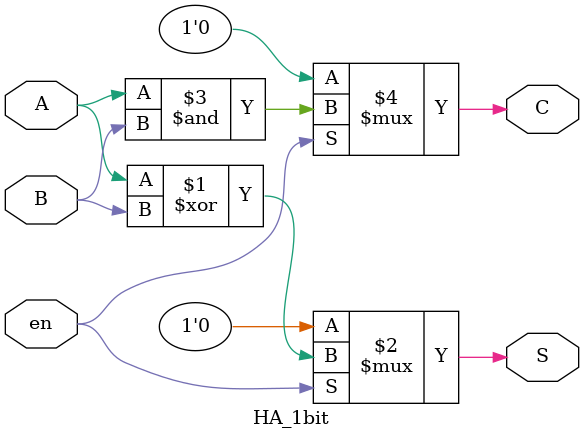
<source format=v>
`timescale 1ns/1ps

module HA_1bit(
    input wire en,
    input wire A, input wire B,
    output wire S, output wire C
);
    assign S = en ? (A ^ B) : 1'b0;
    assign C = en ? (A & B) : 1'b0;

endmodule
</source>
